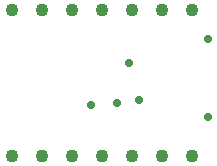
<source format=gbr>
%TF.GenerationSoftware,Altium Limited,Altium Designer,24.1.2 (44)*%
G04 Layer_Color=0*
%FSLAX45Y45*%
%MOMM*%
%TF.SameCoordinates,D40106D2-5846-4758-920C-99A56FEE523B*%
%TF.FilePolarity,Positive*%
%TF.FileFunction,Plated,1,2,PTH,Drill*%
%TF.Part,Single*%
G01*
G75*
%TA.AperFunction,ComponentDrill*%
%ADD28C,1.10000*%
%TA.AperFunction,ViaDrill,NotFilled*%
%ADD29C,0.71120*%
D28*
X1752599Y863600D02*
D03*
X1498599Y2095500D02*
D03*
X2006599D02*
D03*
X2514599D02*
D03*
X2260599D02*
D03*
X1752599D02*
D03*
X1244599D02*
D03*
X990599D02*
D03*
X1498599Y863600D02*
D03*
X2006599D02*
D03*
X2514599D02*
D03*
X2260599D02*
D03*
X1244599D02*
D03*
X990599D02*
D03*
D29*
X1663700Y1295400D02*
D03*
X2654300Y1854200D02*
D03*
X1981200Y1651000D02*
D03*
X2070100Y1333500D02*
D03*
X1879600Y1308100D02*
D03*
X2651587Y1191087D02*
D03*
%TF.MD5,ffb02d842763aa176cd7b2b8f50cbe29*%
M02*

</source>
